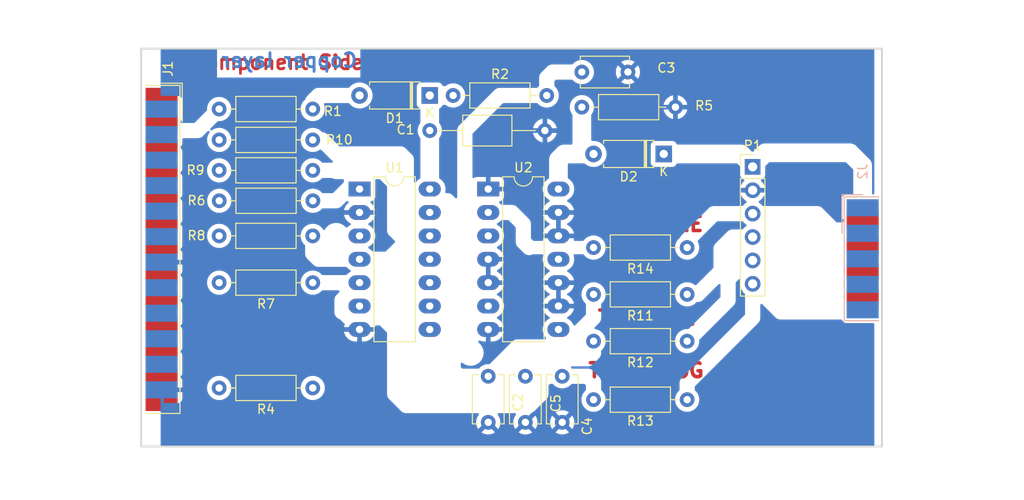
<source format=kicad_pcb>
(kicad_pcb (version 20241229) (generator "pcbnew") (generator_version "9.0")
  (title_block (rev "1") (company "Kicad Demo"))
  (layers (0 "F.Cu" signal "top_copper") (2 "B.Cu" signal "bottom_copper") (13 "F.Paste" user) (15 "B.Paste" user) (5 "F.SilkS" user "F.Silkscreen") (7 "B.SilkS" user "B.Silkscreen") (1 "F.Mask" user) (3 "B.Mask" user) (25 "Edge.Cuts" user))
  (net 0 "")
  (net 1 "/CLK-D1")
  (net 2 "/CTRL-D3")
  (net 3 "/DONE-SELECT*")
  (net 4 "/PWR_3,3-5V")
  (net 5 "/TCK-CCLK")
  (net 6 "/TD0-DONE")
  (net 7 "/TD0-PROG-D4")
  (net 8 "/TDI-DIN")
  (net 9 "/TDI-DIN-D0")
  (net 10 "/TMS-PROG")
  (net 11 "/TMS-PROG-D2")
  (net 12 "/VCC_SENSE-ERROR*")
  (net 13 "GND")
  (net 14 "VCC")
  (net 15 "Net-(U1B-O)")
  (net 16 "Net-(U1A-O)")
  (net 20 "Net-(U1D-O)")
  (net 21 "Net-(U1C-O)")
  (net 22 "Net-(D1-K)")
  (net 29 "Net-(J1-Pad11)")
  (net 34 "Net-(U2A-O)")
  (net 35 "Net-(U1A-E)")
  (net 36 "Net-(U1B-D)")
  (net 37 "Net-(U1B-E)")
  (net 38 "Net-(U1D-D)")
  (net 39 "Net-(U1C-D)")
  (footprint "sonde-xilinx:R_Axial_DIN0207_L6.3mm_D2.5mm_P10.16mm_Horizontal" (layer "F.Cu") (at 162.56 88.9 180)
    (property "Reference" "R14" (at 5.08 -2.31 180) (layer "F.SilkS"))
    (property "Value" "100")
    (fp_line (start 9.12 0) (end 8.35 0) (stroke (width 0.12)) (layer "F.SilkS"))
    (fp_line (start 8.35 1.37) (end 8.35 -1.37) (stroke (width 0.12)) (layer "F.SilkS"))
    (fp_line (start 8.35 -1.37) (end 1.81 -1.37) (stroke (width 0.12)) (layer "F.SilkS"))
    (fp_line (start 1.81 1.37) (end 8.35 1.37) (stroke (width 0.12)) (layer "F.SilkS"))
    (fp_line (start 1.81 -1.37) (end 1.81 1.37) (stroke (width 0.12)) (layer "F.SilkS"))
    (fp_line (start 1.04 0) (end 1.81 0) (stroke (width 0.12)) (layer "F.SilkS"))
    (pad "1" thru_hole circle (at 0 0 180) (size 1.6 1.6) (drill 0.8) (layers "*.Cu" "*.Mask") (net 6 "/TD0-DONE"))
    (pad "2" thru_hole oval (at 10.16 0 180) (size 1.6 1.6) (drill 0.8) (layers "*.Cu" "*.Mask") (net 16 "Net-(U1A-O)"))
  )
  (footprint "sonde-xilinx:R_Axial_DIN0207_L6.3mm_D2.5mm_P10.16mm_Horizontal" (layer "F.Cu") (at 121.92 80.518 180)
    (property "Reference" "R9" (at 12.72 0.018 180) (layer "F.SilkS"))
    (property "Value" "100")
    (fp_line (start 9.12 0) (end 8.35 0) (stroke (width 0.12)) (layer "F.SilkS"))
    (fp_line (start 8.35 1.37) (end 8.35 -1.37) (stroke (width 0.12)) (layer "F.SilkS"))
    (fp_line (start 8.35 -1.37) (end 1.81 -1.37) (stroke (width 0.12)) (layer "F.SilkS"))
    (fp_line (start 1.81 1.37) (end 8.35 1.37) (stroke (width 0.12)) (layer "F.SilkS"))
    (fp_line (start 1.81 -1.37) (end 1.81 1.37) (stroke (width 0.12)) (layer "F.SilkS"))
    (fp_line (start 1.04 0) (end 1.81 0) (stroke (width 0.12)) (layer "F.SilkS"))
    (pad "1" thru_hole circle (at 0 0 180) (size 1.6 1.6) (drill 0.8) (layers "*.Cu" "*.Mask") (net 38 "Net-(U1D-D)"))
    (pad "2" thru_hole oval (at 10.16 0 180) (size 1.6 1.6) (drill 0.8) (layers "*.Cu" "*.Mask") (net 11 "/TMS-PROG-D2"))
  )
  (footprint "sonde-xilinx:R_Axial_DIN0207_L6.3mm_D2.5mm_P10.16mm_Horizontal" (layer "F.Cu") (at 121.92 104.14 180)
    (property "Reference" "R4" (at 5.08 -2.31 180) (layer "F.SilkS"))
    (property "Value" "47")
    (fp_line (start 9.12 0) (end 8.35 0) (stroke (width 0.12)) (layer "F.SilkS"))
    (fp_line (start 8.35 1.37) (end 8.35 -1.37) (stroke (width 0.12)) (layer "F.SilkS"))
    (fp_line (start 8.35 -1.37) (end 1.81 -1.37) (stroke (width 0.12)) (layer "F.SilkS"))
    (fp_line (start 1.81 1.37) (end 8.35 1.37) (stroke (width 0.12)) (layer "F.SilkS"))
    (fp_line (start 1.81 -1.37) (end 1.81 1.37) (stroke (width 0.12)) (layer "F.SilkS"))
    (fp_line (start 1.04 0) (end 1.81 0) (stroke (width 0.12)) (layer "F.SilkS"))
    (pad "1" thru_hole circle (at 0 0 180) (size 1.6 1.6) (drill 0.8) (layers "*.Cu" "*.Mask") (net 34 "Net-(U2A-O)"))
    (pad "2" thru_hole oval (at 10.16 0 180) (size 1.6 1.6) (drill 0.8) (layers "*.Cu" "*.Mask") (net 3 "/DONE-SELECT*"))
  )
  (footprint "sonde-xilinx:R_Axial_DIN0207_L6.3mm_D2.5mm_P10.16mm_Horizontal" (layer "F.Cu") (at 162.56 105.41 180)
    (property "Reference" "R13" (at 5.08 -2.31 180) (layer "F.SilkS"))
    (property "Value" "100")
    (fp_line (start 9.12 0) (end 8.35 0) (stroke (width 0.12)) (layer "F.SilkS"))
    (fp_line (start 8.35 1.37) (end 8.35 -1.37) (stroke (width 0.12)) (layer "F.SilkS"))
    (fp_line (start 8.35 -1.37) (end 1.81 -1.37) (stroke (width 0.12)) (layer "F.SilkS"))
    (fp_line (start 1.81 1.37) (end 8.35 1.37) (stroke (width 0.12)) (layer "F.SilkS"))
    (fp_line (start 1.81 -1.37) (end 1.81 1.37) (stroke (width 0.12)) (layer "F.SilkS"))
    (fp_line (start 1.04 0) (end 1.81 0) (stroke (width 0.12)) (layer "F.SilkS"))
    (pad "1" thru_hole circle (at 0 0 180) (size 1.6 1.6) (drill 0.8) (layers "*.Cu" "*.Mask") (net 10 "/TMS-PROG"))
    (pad "2" thru_hole oval (at 10.16 0 180) (size 1.6 1.6) (drill 0.8) (layers "*.Cu" "*.Mask") (net 20 "Net-(U1D-O)"))
  )
  (footprint "sonde-xilinx:R_Axial_DIN0207_L6.3mm_D2.5mm_P10.16mm_Horizontal" (layer "F.Cu") (at 162.56 99.06 180)
    (property "Reference" "R12" (at 5.08 -2.31 180) (layer "F.SilkS"))
    (property "Value" "100")
    (fp_line (start 9.12 0) (end 8.35 0) (stroke (width 0.12)) (layer "F.SilkS"))
    (fp_line (start 8.35 1.37) (end 8.35 -1.37) (stroke (width 0.12)) (layer "F.SilkS"))
    (fp_line (start 8.35 -1.37) (end 1.81 -1.37) (stroke (width 0.12)) (layer "F.SilkS"))
    (fp_line (start 1.81 1.37) (end 8.35 1.37) (stroke (width 0.12)) (layer "F.SilkS"))
    (fp_line (start 1.81 -1.37) (end 1.81 1.37) (stroke (width 0.12)) (layer "F.SilkS"))
    (fp_line (start 1.04 0) (end 1.81 0) (stroke (width 0.12)) (layer "F.SilkS"))
    (pad "1" thru_hole circle (at 0 0 180) (size 1.6 1.6) (drill 0.8) (layers "*.Cu" "*.Mask") (net 5 "/TCK-CCLK"))
    (pad "2" thru_hole oval (at 10.16 0 180) (size 1.6 1.6) (drill 0.8) (layers "*.Cu" "*.Mask") (net 21 "Net-(U1C-O)"))
  )
  (footprint "sonde-xilinx:R_Axial_DIN0207_L6.3mm_D2.5mm_P10.16mm_Horizontal" (layer "F.Cu") (at 162.56 93.98 180)
    (property "Reference" "R11" (at 5.08 -2.31 180) (layer "F.SilkS"))
    (property "Value" "100")
    (fp_line (start 9.12 0) (end 8.35 0) (stroke (width 0.12)) (layer "F.SilkS"))
    (fp_line (start 8.35 1.37) (end 8.35 -1.37) (stroke (width 0.12)) (layer "F.SilkS"))
    (fp_line (start 8.35 -1.37) (end 1.81 -1.37) (stroke (width 0.12)) (layer "F.SilkS"))
    (fp_line (start 1.81 1.37) (end 8.35 1.37) (stroke (width 0.12)) (layer "F.SilkS"))
    (fp_line (start 1.81 -1.37) (end 1.81 1.37) (stroke (width 0.12)) (layer "F.SilkS"))
    (fp_line (start 1.04 0) (end 1.81 0) (stroke (width 0.12)) (layer "F.SilkS"))
    (pad "1" thru_hole circle (at 0 0 180) (size 1.6 1.6) (drill 0.8) (layers "*.Cu" "*.Mask") (net 8 "/TDI-DIN"))
    (pad "2" thru_hole oval (at 10.16 0 180) (size 1.6 1.6) (drill 0.8) (layers "*.Cu" "*.Mask") (net 15 "Net-(U1B-O)"))
  )
  (footprint "sonde-xilinx:R_Axial_DIN0207_L6.3mm_D2.5mm_P10.16mm_Horizontal" (layer "F.Cu") (at 121.92 87.63 180)
    (property "Reference" "R8" (at 12.62 0.03 180) (layer "F.SilkS"))
    (property "Value" "100")
    (fp_line (start 9.12 0) (end 8.35 0) (stroke (width 0.12)) (layer "F.SilkS"))
    (fp_line (start 8.35 1.37) (end 8.35 -1.37) (stroke (width 0.12)) (layer "F.SilkS"))
    (fp_line (start 8.35 -1.37) (end 1.81 -1.37) (stroke (width 0.12)) (layer "F.SilkS"))
    (fp_line (start 1.81 1.37) (end 8.35 1.37) (stroke (width 0.12)) (layer "F.SilkS"))
    (fp_line (start 1.81 -1.37) (end 1.81 1.37) (stroke (width 0.12)) (layer "F.SilkS"))
    (fp_line (start 1.04 0) (end 1.81 0) (stroke (width 0.12)) (layer "F.SilkS"))
    (pad "1" thru_hole circle (at 0 0 180) (size 1.6 1.6) (drill 0.8) (layers "*.Cu" "*.Mask") (net 37 "Net-(U1B-E)"))
    (pad "2" thru_hole oval (at 10.16 0 180) (size 1.6 1.6) (drill 0.8) (layers "*.Cu" "*.Mask") (net 2 "/CTRL-D3"))
  )
  (footprint "sonde-xilinx:R_Axial_DIN0207_L6.3mm_D2.5mm_P10.16mm_Horizontal" (layer "F.Cu") (at 121.92 92.71 180)
    (property "Reference" "R7" (at 5.08 -2.31 180) (layer "F.SilkS"))
    (property "Value" "100")
    (fp_line (start 9.12 0) (end 8.35 0) (stroke (width 0.12)) (layer "F.SilkS"))
    (fp_line (start 8.35 1.37) (end 8.35 -1.37) (stroke (width 0.12)) (layer "F.SilkS"))
    (fp_line (start 8.35 -1.37) (end 1.81 -1.37) (stroke (width 0.12)) (layer "F.SilkS"))
    (fp_line (start 1.81 1.37) (end 8.35 1.37) (stroke (width 0.12)) (layer "F.SilkS"))
    (fp_line (start 1.81 -1.37) (end 1.81 1.37) (stroke (width 0.12)) (layer "F.SilkS"))
    (fp_line (start 1.04 0) (end 1.81 0) (stroke (width 0.12)) (layer "F.SilkS"))
    (pad "1" thru_hole circle (at 0 0 180) (size 1.6 1.6) (drill 0.8) (layers "*.Cu" "*.Mask") (net 36 "Net-(U1B-D)"))
    (pad "2" thru_hole oval (at 10.16 0 180) (size 1.6 1.6) (drill 0.8) (layers "*.Cu" "*.Mask") (net 9 "/TDI-DIN-D0"))
  )
  (footprint "sonde-xilinx:R_Axial_DIN0207_L6.3mm_D2.5mm_P10.16mm_Horizontal" (layer "F.Cu") (at 121.9327 83.82 180)
    (property "Reference" "R6" (at 12.6327 0.02 180) (layer "F.SilkS"))
    (property "Value" "100")
    (fp_line (start 9.12 0) (end 8.35 0) (stroke (width 0.12)) (layer "F.SilkS"))
    (fp_line (start 8.35 1.37) (end 8.35 -1.37) (stroke (width 0.12)) (layer "F.SilkS"))
    (fp_line (start 8.35 -1.37) (end 1.81 -1.37) (stroke (width 0.12)) (layer "F.SilkS"))
    (fp_line (start 1.81 1.37) (end 8.35 1.37) (stroke (width 0.12)) (layer "F.SilkS"))
    (fp_line (start 1.81 -1.37) (end 1.81 1.37) (stroke (width 0.12)) (layer "F.SilkS"))
    (fp_line (start 1.04 0) (end 1.81 0) (stroke (width 0.12)) (layer "F.SilkS"))
    (pad "1" thru_hole circle (at 0 0 180) (size 1.6 1.6) (drill 0.8) (layers "*.Cu" "*.Mask") (net 35 "Net-(U1A-E)"))
    (pad "2" thru_hole oval (at 10.16 0 180) (size 1.6 1.6) (drill 0.8) (layers "*.Cu" "*.Mask") (net 7 "/TD0-PROG-D4"))
  )
  (footprint "sonde-xilinx:R_Axial_DIN0207_L6.3mm_D2.5mm_P10.16mm_Horizontal" (layer "F.Cu") (at 137.16 72.39)
    (property "Reference" "R2" (at 5.08 -2.31 0) (layer "F.SilkS"))
    (property "Value" "5,1K")
    (fp_line (start 1.04 0) (end 1.81 0) (stroke (width 0.12)) (layer "F.SilkS"))
    (fp_line (start 1.81 -1.37) (end 1.81 1.37) (stroke (width 0.12)) (layer "F.SilkS"))
    (fp_line (start 1.81 1.37) (end 8.35 1.37) (stroke (width 0.12)) (layer "F.SilkS"))
    (fp_line (start 8.35 -1.37) (end 1.81 -1.37) (stroke (width 0.12)) (layer "F.SilkS"))
    (fp_line (start 8.35 1.37) (end 8.35 -1.37) (stroke (width 0.12)) (layer "F.SilkS"))
    (fp_line (start 9.12 0) (end 8.35 0) (stroke (width 0.12)) (layer "F.SilkS"))
    (pad "1" thru_hole circle (at 0 0) (size 1.6 1.6) (drill 0.8) (layers "*.Cu" "*.Mask") (net 14 "VCC"))
    (pad "2" thru_hole oval (at 10.16 0) (size 1.6 1.6) (drill 0.8) (layers "*.Cu" "*.Mask") (net 16 "Net-(U1A-O)"))
  )
  (footprint "sonde-xilinx:R_Axial_DIN0207_L6.3mm_D2.5mm_P10.16mm_Horizontal" (layer "F.Cu") (at 151.13 73.66)
    (property "Reference" "R5" (at 13.27 -0.16 0) (layer "F.SilkS"))
    (property "Value" "1K")
    (fp_line (start 1.04 0) (end 1.81 0) (stroke (width 0.12)) (layer "F.SilkS"))
    (fp_line (start 1.81 -1.37) (end 1.81 1.37) (stroke (width 0.12)) (layer "F.SilkS"))
    (fp_line (start 1.81 1.37) (end 8.35 1.37) (stroke (width 0.12)) (layer "F.SilkS"))
    (fp_line (start 8.35 -1.37) (end 1.81 -1.37) (stroke (width 0.12)) (layer "F.SilkS"))
    (fp_line (start 8.35 1.37) (end 8.35 -1.37) (stroke (width 0.12)) (layer "F.SilkS"))
    (fp_line (start 9.12 0) (end 8.35 0) (stroke (width 0.12)) (layer "F.SilkS"))
    (pad "1" thru_hole circle (at 0 0) (size 1.6 1.6) (drill 0.8) (layers "*.Cu" "*.Mask") (net 14 "VCC"))
    (pad "2" thru_hole oval (at 10.16 0) (size 1.6 1.6) (drill 0.8) (layers "*.Cu" "*.Mask") (net 13 "GND"))
  )
  (footprint "sonde-xilinx:R_Axial_DIN0207_L6.3mm_D2.5mm_P10.16mm_Horizontal" (layer "F.Cu") (at 121.92 77.216 180)
    (property "Reference" "R10" (at -2.88 0.016 180) (layer "F.SilkS"))
    (property "Value" "100")
    (fp_line (start 9.12 0) (end 8.35 0) (stroke (width 0.12)) (layer "F.SilkS"))
    (fp_line (start 8.35 1.37) (end 8.35 -1.37) (stroke (width 0.12)) (layer "F.SilkS"))
    (fp_line (start 8.35 -1.37) (end 1.81 -1.37) (stroke (width 0.12)) (layer "F.SilkS"))
    (fp_line (start 1.81 1.37) (end 8.35 1.37) (stroke (width 0.12)) (layer "F.SilkS"))
    (fp_line (start 1.81 -1.37) (end 1.81 1.37) (stroke (width 0.12)) (layer "F.SilkS"))
    (fp_line (start 1.04 0) (end 1.81 0) (stroke (width 0.12)) (layer "F.SilkS"))
    (pad "1" thru_hole circle (at 0 0 180) (size 1.6 1.6) (drill 0.8) (layers "*.Cu" "*.Mask") (net 39 "Net-(U1C-D)"))
    (pad "2" thru_hole oval (at 10.16 0 180) (size 1.6 1.6) (drill 0.8) (layers "*.Cu" "*.Mask") (net 1 "/CLK-D1"))
  )
  (footprint "sonde-xilinx:D_A-405_P7.62mm_Horizontal" (layer "F.Cu") (at 160.02 78.74 180)
    (property "Reference" "D2" (at 3.81 -2.47 180) (layer "F.SilkS"))
    (property "Value" "BAT46")
    (fp_line (start 6.53 1.47) (end 6.53 1.14) (stroke (width 0.12)) (layer "F.SilkS"))
    (fp_line (start 6.53 -1.47) (end 6.53 -1.14) (stroke (width 0.12)) (layer "F.SilkS"))
    (fp_line (start 2.11 -1.47) (end 2.11 1.47) (stroke (width 0.12)) (layer "F.SilkS"))
    (fp_line (start 1.99 -1.47) (end 1.99 1.47) (stroke (width 0.12)) (layer "F.SilkS"))
    (fp_line (start 1.87 -1.47) (end 1.87 1.47) (stroke (width 0.12)) (layer "F.SilkS"))
    (fp_line (start 1.09 1.47) (end 6.53 1.47) (stroke (width 0.12)) (layer "F.SilkS"))
    (fp_line (start 1.09 1.14) (end 1.09 1.47) (stroke (width 0.12)) (layer "F.SilkS"))
    (fp_line (start 1.09 -1.14) (end 1.09 -1.47) (stroke (width 0.12)) (layer "F.SilkS"))
    (fp_line (start 1.09 -1.47) (end 6.53 -1.47) (stroke (width 0.12)) (layer "F.SilkS"))
    (fp_text user "K" (at 0 -1.9 180) (layer "F.SilkS"))
    (pad "1" thru_hole rect (at 0 0 180) (size 1.8 1.8) (drill 0.9) (layers "*.Cu" "*.Mask") (net 4 "/PWR_3,3-5V"))
    (pad "2" thru_hole oval (at 7.62 0 180) (size 1.8 1.8) (drill 0.9) (layers "*.Cu" "*.Mask") (net 14 "VCC"))
  )
  (footprint "sonde-xilinx:D_A-405_P7.62mm_Horizontal" (layer "F.Cu") (at 134.62 72.39 180)
    (property "Reference" "D1" (at 3.81 -2.47 180) (layer "F.SilkS"))
    (property "Value" "BAT46")
    (fp_line (start 6.53 1.47) (end 6.53 1.14) (stroke (width 0.12)) (layer "F.SilkS"))
    (fp_line (start 6.53 -1.47) (end 6.53 -1.14) (stroke (width 0.12)) (layer "F.SilkS"))
    (fp_line (start 2.11 -1.47) (end 2.11 1.47) (stroke (width 0.12)) (layer "F.SilkS"))
    (fp_line (start 1.99 -1.47) (end 1.99 1.47) (stroke (width 0.12)) (layer "F.SilkS"))
    (fp_line (start 1.87 -1.47) (end 1.87 1.47) (stroke (width 0.12)) (layer "F.SilkS"))
    (fp_line (start 1.09 1.47) (end 6.53 1.47) (stroke (width 0.12)) (layer "F.SilkS"))
    (fp_line (start 1.09 1.14) (end 1.09 1.47) (stroke (width 0.12)) (layer "F.SilkS"))
    (fp_line (start 1.09 -1.14) (end 1.09 -1.47) (stroke (width 0.12)) (layer "F.SilkS"))
    (fp_line (start 1.09 -1.47) (end 6.53 -1.47) (stroke (width 0.12)) (layer "F.SilkS"))
    (fp_text user "K" (at 0 -1.9 180) (layer "F.SilkS"))
    (pad "1" thru_hole rect (at 0 0 180) (size 1.8 1.8) (drill 0.9) (layers "*.Cu" "*.Mask") (net 14 "VCC"))
    (pad "2" thru_hole oval (at 7.62 0 180) (size 1.8 1.8) (drill 0.9) (layers "*.Cu" "*.Mask") (net 22 "Net-(D1-K)"))
  )
  (footprint "sonde-xilinx:R_Axial_DIN0207_L6.3mm_D2.5mm_P10.16mm_Horizontal" (layer "F.Cu") (at 121.92 73.8632 180)
    (property "Reference" "R1" (at -2.18 -0.2368 180) (layer "F.SilkS"))
    (property "Value" "100")
    (fp_line (start 9.12 0) (end 8.35 0) (stroke (width 0.12)) (layer "F.SilkS"))
    (fp_line (start 8.35 1.37) (end 8.35 -1.37) (stroke (width 0.12)) (layer "F.SilkS"))
    (fp_line (start 8.35 -1.37) (end 1.81 -1.37) (stroke (width 0.12)) (layer "F.SilkS"))
    (fp_line (start 1.81 1.37) (end 8.35 1.37) (stroke (width 0.12)) (layer "F.SilkS"))
    (fp_line (start 1.81 -1.37) (end 1.81 1.37) (stroke (width 0.12)) (layer "F.SilkS"))
    (fp_line (start 1.04 0) (end 1.81 0) (stroke (width 0.12)) (layer "F.SilkS"))
    (pad "1" thru_hole circle (at 0 0 180) (size 1.6 1.6) (drill 0.8) (layers "*.Cu" "*.Mask") (net 22 "Net-(D1-K)"))
    (pad "2" thru_hole oval (at 10.16 0 180) (size 1.6 1.6) (drill 0.8) (layers "*.Cu" "*.Mask") (net 12 "/VCC_SENSE-ERROR*"))
  )
  (footprint "sonde-xilinx:C_Axial_L5.1mm_D3.1mm_P12.50mm_Horizontal" (layer "F.Cu") (at 134.62 76.2)
    (property "Reference" "C1" (at -2.62 -0.1 0) (layer "F.SilkS"))
    (property "Value" "1uF")
    (fp_line (start 1.04 0) (end 3.58 0) (stroke (width 0.12)) (layer "F.SilkS"))
    (fp_line (start 3.58 -1.67) (end 3.58 1.67) (stroke (width 0.12)) (layer "F.SilkS"))
    (fp_line (start 3.58 1.67) (end 8.92 1.67) (stroke (width 0.12)) (layer "F.SilkS"))
    (fp_line (start 8.92 -1.67) (end 3.58 -1.67) (stroke (width 0.12)) (layer "F.SilkS"))
    (fp_line (start 8.92 1.67) (end 8.92 -1.67) (stroke (width 0.12)) (layer "F.SilkS"))
    (fp_line (start 11.46 0) (end 8.92 0) (stroke (width 0.12)) (layer "F.SilkS"))
    (pad "1" thru_hole circle (at 0 0) (size 1.6 1.6) (drill 0.8) (layers "*.Cu" "*.Mask") (net 14 "VCC"))
    (pad "2" thru_hole oval (at 12.5 0) (size 1.6 1.6) (drill 0.8) (layers "*.Cu" "*.Mask") (net 13 "GND"))
  )
  (footprint "sonde-xilinx:PinHeader_1x06_P2.54mm_Vertical" (layer "F.Cu") (at 169.672 80.137)
    (property "Reference" "P1" (at 0 -2.33 0) (layer "F.SilkS"))
    (property "Value" "CONN_6")
    (fp_line (start -1.33 -1.33) (end 0 -1.33) (stroke (width 0.12)) (layer "F.SilkS"))
    (fp_line (start -1.33 0) (end -1.33 -1.33) (stroke (width 0.12)) (layer "F.SilkS"))
    (fp_line (start -1.33 1.27) (end -1.33 14.03) (stroke (width 0.12)) (layer "F.SilkS"))
    (fp_line (start -1.33 1.27) (end 1.33 1.27) (stroke (width 0.12)) (layer "F.SilkS"))
    (fp_line (start -1.33 14.03) (end 1.33 14.03) (stroke (width 0.12)) (layer "F.SilkS"))
    (fp_line (start 1.33 1.27) (end 1.33 14.03) (stroke (width 0.12)) (layer "F.SilkS"))
    (pad "1" thru_hole rect (at 0 0) (size 1.7 1.7) (drill 1) (layers "*.Cu" "*.Mask") (net 4 "/PWR_3,3-5V"))
    (pad "2" thru_hole oval (at 0 2.54) (size 1.7 1.7) (drill 1) (layers "*.Cu" "*.Mask") (net 13 "GND"))
    (pad "3" thru_hole oval (at 0 5.08) (size 1.7 1.7) (drill 1) (layers "*.Cu" "*.Mask") (net 6 "/TD0-DONE"))
    (pad "4" thru_hole oval (at 0 7.62) (size 1.7 1.7) (drill 1) (layers "*.Cu" "*.Mask") (net 8 "/TDI-DIN"))
    (pad "5" thru_hole oval (at 0 10.16) (size 1.7 1.7) (drill 1) (layers "*.Cu" "*.Mask") (net 5 "/TCK-CCLK"))
    (pad "6" thru_hole oval (at 0 12.7) (size 1.7 1.7) (drill 1) (layers "*.Cu" "*.Mask") (net 10 "/TMS-PROG"))
  )
  (footprint "sonde-xilinx:DIP-14_W7.62mm_LongPads" (layer "F.Cu") (at 140.97 82.55)
    (property "Reference" "U2" (at 3.81 -2.33 0) (layer "F.SilkS"))
    (property "Value" "74LS125")
    (fp_line (start 1.56 -1.33) (end 1.56 16.57) (stroke (width 0.12)) (layer "F.SilkS"))
    (fp_line (start 1.56 16.57) (end 6.06 16.57) (stroke (width 0.12)) (layer "F.SilkS"))
    (fp_line (start 2.81 -1.33) (end 1.56 -1.33) (stroke (width 0.12)) (layer "F.SilkS"))
    (fp_line (start 6.06 -1.33) (end 4.81 -1.33) (stroke (width 0.12)) (layer "F.SilkS"))
    (fp_line (start 6.06 16.57) (end 6.06 -1.33) (stroke (width 0.12)) (layer "F.SilkS"))
    (fp_arc (start 4.81 -1.33) (mid 3.81 -0.33) (end 2.81 -1.33) (stroke (width 0.12)) (layer "F.SilkS"))
    (pad "1" thru_hole rect (at 0 0) (size 2.4 1.6) (drill 0.8) (layers "*.Cu" "*.Mask") (net 13 "GND"))
    (pad "2" thru_hole oval (at 0 2.54) (size 2.4 1.6) (drill 0.8) (layers "*.Cu" "*.Mask") (net 16 "Net-(U1A-O)"))
    (pad "3" thru_hole oval (at 0 5.08) (size 2.4 1.6) (drill 0.8) (layers "*.Cu" "*.Mask") (net 34 "Net-(U2A-O)"))
    (pad "4" thru_hole oval (at 0 7.62) (size 2.4 1.6) (drill 0.8) (layers "*.Cu" "*.Mask") (net 13 "GND"))
    (pad "5" thru_hole oval (at 0 10.16) (size 2.4 1.6) (drill 0.8) (layers "*.Cu" "*.Mask") (net 13 "GND"))
    (pad "6" thru_hole oval (at 0 12.7) (size 2.4 1.6) (drill 0.8) (layers "*.Cu" "*.Mask"))
    (pad "7" thru_hole oval (at 0 15.24) (size 2.4 1.6) (drill 0.8) (layers "*.Cu" "*.Mask") (net 13 "GND"))
    (pad "8" thru_hole oval (at 7.62 15.24) (size 2.4 1.6) (drill 0.8) (layers "*.Cu" "*.Mask"))
    (pad "9" thru_hole oval (at 7.62 12.7) (size 2.4 1.6) (drill 0.8) (layers "*.Cu" "*.Mask") (net 13 "GND"))
    (pad "10" thru_hole oval (at 7.62 10.16) (size 2.4 1.6) (drill 0.8) (layers "*.Cu" "*.Mask") (net 13 "GND"))
    (pad "11" thru_hole oval (at 7.62 7.62) (size 2.4 1.6) (drill 0.8) (layers "*.Cu" "*.Mask"))
    (pad "12" thru_hole oval (at 7.62 5.08) (size 2.4 1.6) (drill 0.8) (layers "*.Cu" "*.Mask") (net 13 "GND"))
    (pad "13" thru_hole oval (at 7.62 2.54) (size 2.4 1.6) (drill 0.8) (layers "*.Cu" "*.Mask") (net 13 "GND"))
    (pad "14" thru_hole oval (at 7.62 0) (size 2.4 1.6) (drill 0.8) (layers "*.Cu" "*.Mask") (net 14 "VCC"))
  )
  (footprint "sonde-xilinx:DIP-14_W7.62mm_LongPads" (layer "F.Cu") (at 127 82.55)
    (property "Reference" "U1" (at 3.81 -2.33 0) (layer "F.SilkS"))
    (property "Value" "74LS125")
    (fp_line (start 1.56 -1.33) (end 1.56 16.57) (stroke (width 0.12)) (layer "F.SilkS"))
    (fp_line (start 1.56 16.57) (end 6.06 16.57) (stroke (width 0.12)) (layer "F.SilkS"))
    (fp_line (start 2.81 -1.33) (end 1.56 -1.33) (stroke (width 0.12)) (layer "F.SilkS"))
    (fp_line (start 6.06 -1.33) (end 4.81 -1.33) (stroke (width 0.12)) (layer "F.SilkS"))
    (fp_line (start 6.06 16.57) (end 6.06 -1.33) (stroke (width 0.12)) (layer "F.SilkS"))
    (fp_arc (start 4.81 -1.33) (mid 3.81 -0.33) (end 2.81 -1.33) (stroke (width 0.12)) (layer "F.SilkS"))
    (pad "1" thru_hole rect (at 0 0) (size 2.4 1.6) (drill 0.8) (layers "*.Cu" "*.Mask") (net 35 "Net-(U1A-E)"))
    (pad "2" thru_hole oval (at 0 2.54) (size 2.4 1.6) (drill 0.8) (layers "*.Cu" "*.Mask") (net 13 "GND"))
    (pad "3" thru_hole oval (at 0 5.08) (size 2.4 1.6) (drill 0.8) (layers "*.Cu" "*.Mask") (net 16 "Net-(U1A-O)"))
    (pad "4" thru_hole oval (at 0 7.62) (size 2.4 1.6) (drill 0.8) (layers "*.Cu" "*.Mask") (net 37 "Net-(U1B-E)"))
    (pad "5" thru_hole oval (at 0 10.16) (size 2.4 1.6) (drill 0.8) (layers "*.Cu" "*.Mask") (net 36 "Net-(U1B-D)"))
    (pad "6" thru_hole oval (at 0 12.7) (size 2.4 1.6) (drill 0.8) (layers "*.Cu" "*.Mask") (net 15 "Net-(U1B-O)"))
    (pad "7" thru_hole oval (at 0 15.24) (size 2.4 1.6) (drill 0.8) (layers "*.Cu" "*.Mask") (net 13 "GND"))
    (pad "8" thru_hole oval (at 7.62 15.24) (size 2.4 1.6) (drill 0.8) (layers "*.Cu" "*.Mask") (net 21 "Net-(U1C-O)"))
    (pad "9" thru_hole oval (at 7.62 12.7) (size 2.4 1.6) (drill 0.8) (layers "*.Cu" "*.Mask") (net 39 "Net-(U1C-D)"))
    (pad "10" thru_hole oval (at 7.62 10.16) (size 2.4 1.6) (drill 0.8) (layers "*.Cu" "*.Mask") (net 37 "Net-(U1B-E)"))
    (pad "11" thru_hole oval (at 7.62 7.62) (size 2.4 1.6) (drill 0.8) (layers "*.Cu" "*.Mask") (net 20 "Net-(U1D-O)"))
    (pad "12" thru_hole oval (at 7.62 5.08) (size 2.4 1.6) (drill 0.8) (layers "*.Cu" "*.Mask") (net 38 "Net-(U1D-D)"))
    (pad "13" thru_hole oval (at 7.62 2.54) (size 2.4 1.6) (drill 0.8) (layers "*.Cu" "*.Mask") (net 37 "Net-(U1B-E)"))
    (pad "14" thru_hole oval (at 7.62 0) (size 2.4 1.6) (drill 0.8) (layers "*.Cu" "*.Mask") (net 14 "VCC"))
  )
  (footprint "sonde-xilinx:C_Disc_D5.1mm_W3.2mm_P5.00mm" (layer "F.Cu") (at 145 102.87 -90)
    (property "Reference" "C5" (at 2.93 -3.3 270) (layer "F.SilkS"))
    (property "Value" "100pF")
    (fp_line (start -0.17 1.721) (end 5.17 1.721) (stroke (width 0.12)) (layer "F.SilkS"))
    (fp_line (start -0.17 1.055) (end -0.17 1.721) (stroke (width 0.12)) (layer "F.SilkS"))
    (fp_line (start 5.17 1.055) (end 5.17 1.721) (stroke (width 0.12)) (layer "F.SilkS"))
    (fp_line (start -0.17 -1.721) (end -0.17 -1.055) (stroke (width 0.12)) (layer "F.SilkS"))
    (fp_line (start -0.17 -1.721) (end 5.17 -1.721) (stroke (width 0.12)) (layer "F.SilkS"))
    (fp_line (start 5.17 -1.721) (end 5.17 -1.055) (stroke (width 0.12)) (layer "F.SilkS"))
    (pad "1" thru_hole circle (at 0 0 270) (size 1.6 1.6) (drill 0.8) (layers "*.Cu" "*.Mask") (net 21 "Net-(U1C-O)"))
    (pad "2" thru_hole circle (at 5 0 270) (size 1.6 1.6) (drill 0.8) (layers "*.Cu" "*.Mask") (net 13 "GND"))
  )
  (footprint "sonde-xilinx:C_Disc_D5.1mm_W3.2mm_P5.00mm" (layer "F.Cu") (at 149 102.87 -90)
    (property "Reference" "C4" (at 5.43 -2.7 270) (layer "F.SilkS"))
    (property "Value" "100pF")
    (fp_line (start -0.17 1.721) (end 5.17 1.721) (stroke (width 0.12)) (layer "F.SilkS"))
    (fp_line (start -0.17 1.055) (end -0.17 1.721) (stroke (width 0.12)) (layer "F.SilkS"))
    (fp_line (start 5.17 1.055) (end 5.17 1.721) (stroke (width 0.12)) (layer "F.SilkS"))
    (fp_line (start -0.17 -1.721) (end -0.17 -1.055) (stroke (width 0.12)) (layer "F.SilkS"))
    (fp_line (start -0.17 -1.721) (end 5.17 -1.721) (stroke (width 0.12)) (layer "F.SilkS"))
    (fp_line (start 5.17 -1.721) (end 5.17 -1.055) (stroke (width 0.12)) (layer "F.SilkS"))
    (pad "1" thru_hole circle (at 0 0 270) (size 1.6 1.6) (drill 0.8) (layers "*.Cu" "*.Mask") (net 20 "Net-(U1D-O)"))
    (pad "2" thru_hole circle (at 5 0 270) (size 1.6 1.6) (drill 0.8) (layers "*.Cu" "*.Mask") (net 13 "GND"))
  )
  (footprint "sonde-xilinx:C_Disc_D5.1mm_W3.2mm_P5.00mm" (layer "F.Cu") (at 151.13 69.85)
    (property "Reference" "C3" (at 9.17 -0.45 0) (layer "F.SilkS"))
    (property "Value" "100pF")
    (fp_line (start -0.17 -1.721) (end -0.17 -1.055) (stroke (width 0.12)) (layer "F.SilkS"))
    (fp_line (start -0.17 -1.721) (end 5.17 -1.721) (stroke (width 0.12)) (layer "F.SilkS"))
    (fp_line (start -0.17 1.055) (end -0.17 1.721) (stroke (width 0.12)) (layer "F.SilkS"))
    (fp_line (start -0.17 1.721) (end 5.17 1.721) (stroke (width 0.12)) (layer "F.SilkS"))
    (fp_line (start 5.17 -1.721) (end 5.17 -1.055) (stroke (width 0.12)) (layer "F.SilkS"))
    (fp_line (start 5.17 1.055) (end 5.17 1.721) (stroke (width 0.12)) (layer "F.SilkS"))
    (pad "1" thru_hole circle (at 0 0) (size 1.6 1.6) (drill 0.8) (layers "*.Cu" "*.Mask") (net 16 "Net-(U1A-O)"))
    (pad "2" thru_hole circle (at 5 0) (size 1.6 1.6) (drill 0.8) (layers "*.Cu" "*.Mask") (net 13 "GND"))
  )
  (footprint "sonde-xilinx:C_Disc_D5.1mm_W3.2mm_P5.00mm" (layer "F.Cu") (at 140.97 102.87 -90)
    (property "Reference" "C2" (at 2.83 -3.23 270) (layer "F.SilkS"))
    (property "Value" "100pF")
    (fp_line (start -0.17 1.721) (end 5.17 1.721) (stroke (width 0.12)) (layer "F.SilkS"))
    (fp_line (start -0.17 1.055) (end -0.17 1.721) (stroke (width 0.12)) (layer "F.SilkS"))
    (fp_line (start 5.17 1.055) (end 5.17 1.721) (stroke (width 0.12)) (layer "F.SilkS"))
    (fp_line (start -0.17 -1.721) (end -0.17 -1.055) (stroke (width 0.12)) (layer "F.SilkS"))
    (fp_line (start -0.17 -1.721) (end 5.17 -1.721) (stroke (width 0.12)) (layer "F.SilkS"))
    (fp_line (start 5.17 -1.721) (end 5.17 -1.055) (stroke (width 0.12)) (layer "F.SilkS"))
    (pad "1" thru_hole circle (at 0 0 270) (size 1.6 1.6) (drill 0.8) (layers "*.Cu" "*.Mask") (net 15 "Net-(U1B-O)"))
    (pad "2" thru_hole circle (at 5 0 270) (size 1.6 1.6) (drill 0.8) (layers "*.Cu" "*.Mask") (net 13 "GND"))
  )
  (footprint "sonde-xilinx:DSUB-25_Male_EdgeMount_P2.77mm" (layer "F.Cu") (at 105.5116 89.1032 -90)
    (property "Reference" "J1" (at -19.6032 -0.6884 90) (layer "F.SilkS"))
    (property "Value" "DB25MALE")
    (fp_line (start 17.803333 1.74) (end 17.803333 -2) (stroke (width 0.12)) (layer "F.SilkS"))
    (fp_line (start -18.043333 0) (end -18.043333 -2.24) (stroke (width 0.12)) (layer "F.SilkS"))
    (fp_line (start -17.803333 -2) (end -17.803333 1.74) (stroke (width 0.12)) (layer "F.SilkS"))
    (fp_line (start 17.803333 -2) (end -17.803333 -2) (stroke (width 0.12)) (layer "F.SilkS"))
    (fp_line (start -18.043333 -2.24) (end -13.85 -2.24) (stroke (width 0.12)) (layer "F.SilkS"))
    (pad "1" smd rect (at -16.62 0 270) (size 1.846667 3.48) (layers "F.Cu" "F.Mask" "F.Paste"))
    (pad "2" smd rect (at -13.85 0 270) (size 1.846667 3.48) (layers "F.Cu" "F.Mask" "F.Paste") (net 9 "/TDI-DIN-D0"))
    (pad "3" smd rect (at -11.08 0 270) (size 1.846667 3.48) (layers "F.Cu" "F.Mask" "F.Paste") (net 1 "/CLK-D1"))
    (pad "4" smd rect (at -8.31 0 270) (size 1.846667 3.48) (layers "F.Cu" "F.Mask" "F.Paste") (net 11 "/TMS-PROG-D2"))
    (pad "5" smd rect (at -5.54 0 270) (size 1.846667 3.48) (layers "F.Cu" "F.Mask" "F.Paste") (net 2 "/CTRL-D3"))
    (pad "6" smd rect (at -2.77 0 270) (size 1.846667 3.48) (layers "F.Cu" "F.Mask" "F.Paste") (net 7 "/TD0-PROG-D4"))
    (pad "7" smd rect (at 0 0 270) (size 1.846667 3.48) (layers "F.Cu" "F.Mask" "F.Paste"))
    (pad "8" smd rect (at 2.77 0 270) (size 1.846667 3.48) (layers "F.Cu" "F.Mask" "F.Paste") (net 29 "Net-(J1-Pad11)"))
    (pad "9" smd rect (at 5.54 0 270) (size 1.846667 3.48) (layers "F.Cu" "F.Mask" "F.Paste"))
    (pad "10" smd rect (at 8.31 0 270) (size 1.846667 3.48) (layers "F.Cu" "F.Mask" "F.Paste"))
    (pad "11" smd rect (at 11.08 0 270) (size 1.846667 3.48) (layers "F.Cu" "F.Mask" "F.Paste") (net 29 "Net-(J1-Pad11)"))
    (pad "12" smd rect (at 13.85 0 270) (size 1.846667 3.48) (layers "F.Cu" "F.Mask" "F.Paste") (net 29 "Net-(J1-Pad11)"))
    (pad "13" smd rect (at 16.62 0 270) (size 1.846667 3.48) (layers "F.Cu" "F.Mask" "F.Paste") (net 3 "/DONE-SELECT*"))
    (pad "14" smd rect (at -15.235 0 270) (size 1.846667 3.48) (layers "B.Cu" "B.Mask" "B.Paste"))
    (pad "15" smd rect (at -12.465 0 270) (size 1.846667 3.48) (layers "B.Cu" "B.Mask" "B.Paste") (net 12 "/VCC_SENSE-ERROR*"))
    (pad "16" smd rect (at -9.695 0 270) (size 1.846667 3.48) (layers "B.Cu" "B.Mask" "B.Paste"))
    (pad "17" smd rect (at -6.925 0 270) (size 1.846667 3.48) (layers "B.Cu" "B.Mask" "B.Paste"))
    (pad "18" smd rect (at -4.155 0 270) (size 1.846667 3.48) (layers "B.Cu" "B.Mask" "B.Paste"))
    (pad "19" smd rect (at -1.385 0 270) (size 1.846667 3.48) (layers "B.Cu" "B.Mask" "B.Paste"))
    (pad "20" smd rect (at 1.385 0 270) (size 1.846667 3.48) (layers "B.Cu" "B.Mask" "B.Paste") (net 13 "GND"))
    (pad "21" smd rect (at 4.155 0 270) (size 1.846667 3.48) (layers "B.Cu" "B.Mask" "B.Paste"))
    (pad "22" smd rect (at 6.925 0 270) (size 1.846667 3.48) (layers "B.Cu" "B.Mask" "B.Paste"))
    (pad "23" smd rect (at 9.695 0 270) (size 1.846667 3.48) (layers "B.Cu" "B.Mask" "B.Paste"))
    (pad "24" smd rect (at 12.465 0 270) (size 1.846667 3.48) (layers "B.Cu" "B.Mask" "B.Paste"))
    (pad "25" smd rect (at 15.235 0 270) (size 1.846667 3.48) (layers "B.Cu" "B.Mask" "B.Paste") (net 13 "GND"))
  )
  (footprint "sonde-xilinx:DSUB-9_Male_EdgeMount_P2.77mm" (layer "B.Cu") (at 181.61 90.1192 -90)
    (property "Reference" "J2" (at -9.463333 0 90) (layer "B.SilkS") (effects (justify mirror)))
    (property "Value" "DB9MALE")
    (fp_line (start -6.963333 2.24) (end -2.77 2.24) (stroke (width 0.12)) (layer "B.SilkS"))
    (fp_line (start -6.723333 2) (end -6.723333 -1.74) (stroke (width 0.12)) (layer "B.SilkS"))
    (fp_line (start 6.723333 2) (end -6.723333 2) (stroke (width 0.12)) (layer "B.SilkS"))
    (fp_line (start -6.963333 0) (end -6.963333 2.24) (stroke (width 0.12)) (layer "B.SilkS"))
    (fp_line (start 6.723333 -1.74) (end 6.723333 2) (stroke (width 0.12)) (layer "B.SilkS"))
    (pad "1" smd rect (at -5.54 0 270) (size 1.846667 3.48) (layers "B.Cu" "B.Mask" "B.Paste") (net 4 "/PWR_3,3-5V"))
    (pad "2" smd rect (at -2.77 0 270) (size 1.846667 3.48) (layers "B.Cu" "B.Mask" "B.Paste") (net 6 "/TD0-DONE"))
    (pad "3" smd rect (at 0 0 270) (size 1.846667 3.48) (layers "B.Cu" "B.Mask" "B.Paste") (net 8 "/TDI-DIN"))
    (pad "4" smd rect (at 2.77 0 270) (size 1.846667 3.48) (layers "B.Cu" "B.Mask" "B.Paste") (net 5 "/TCK-CCLK"))
    (pad "5" smd rect (at 5.54 0 270) (size 1.846667 3.48) (layers "B.Cu" "B.Mask" "B.Paste") (net 10 "/TMS-PROG"))
    (pad "6" smd rect (at -4.155 0 270) (size 1.846667 3.48) (layers "F.Cu" "F.Mask" "F.Paste") (net 13 "GND"))
    (pad "7" smd rect (at -1.385 0 270) (size 1.846667 3.48) (layers "F.Cu" "F.Mask" "F.Paste") (net 13 "GND"))
    (pad "8" smd rect (at 1.385 0 270) (size 1.846667 3.48) (layers "F.Cu" "F.Mask" "F.Paste") (net 13 "GND"))
    (pad "9" smd rect (at 4.155 0 270) (size 1.846667 3.48) (layers "F.Cu" "F.Mask" "F.Paste") (net 13 "GND"))
  )
  (gr_line (start 103.3 110.49) (end 103.3 67.31) (stroke (width 0.2)) (layer "Edge.Cuts"))
  (gr_line (start 183.7 110.49) (end 103.3 110.49) (stroke (width 0.2)) (layer "Edge.Cuts"))
  (gr_line (start 103.3 67.31) (end 183.7 67.31) (stroke (width 0.2)) (layer "Edge.Cuts"))
  (gr_line (start 183.7 67.31) (end 183.7 110.49) (stroke (width 0.2)) (layer "Edge.Cuts"))
  (gr_text "TMS-PROG" (at 158.115 102.235 0) (layer "F.Cu") (effects (font (size 1.524 1.524) (thickness 0.381))))
  (gr_text "TDO-DONE" (at 158.115 86.36 0) (layer "F.Cu") (effects (font (size 1.524 1.524) (thickness 0.381))))
  (gr_text "GND" (at 162.56 81.28 0) (layer "F.Cu") (effects (font (size 1.524 1.524) (thickness 0.381))))
  (gr_text "TCK-CCL" (at 158.115 96.52 0) (layer "F.Cu") (effects (font (size 1.524 1.524) (thickness 0.381))))
  (gr_text "Component Side" (at 118.1 68.8 0) (layer "F.Cu") (effects (font (size 1.524 1.524) (thickness 0.3048))))
  (gr_text "VCC" (at 162.56 76.2 0) (layer "F.Cu") (effects (font (size 1.524 1.524) (thickness 0.381))))
  (gr_text "TDI-TIN" (at 158.115 91.44 0) (layer "F.Cu") (effects (font (size 1.524 1.524) (thickness 0.381))))
  (gr_text "Copper layer" (at 119.38 68.58 0) (layer "B.Cu") (effects (font (size 1.524 1.524) (thickness 0.3048)) (justify mirror)))
  (zone (net 13) (net_name "GND") (layer "B.Cu") (connect_pads (clearance 0.508)) (min_thickness 0.254) (fill yes (thermal_gap 0.508) (thermal_bridge_width 0.508))
    (polygon (pts (xy 182.88 110.49) (xy 182.88 67.31) (xy 105.41 67.31) (xy 105.41 110.49)))
  )
)
</source>
